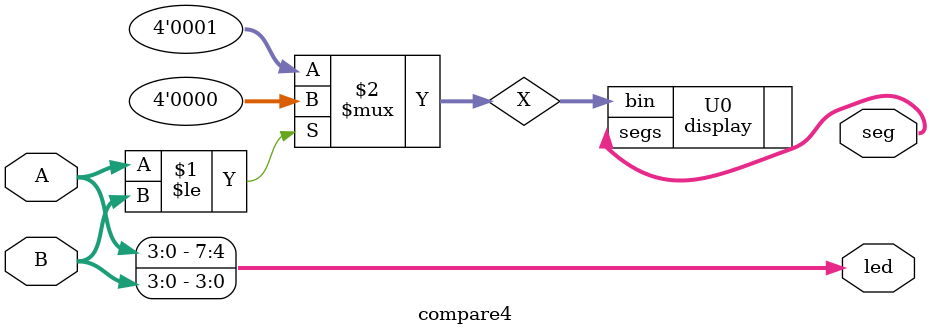
<source format=v>
`timescale 1ns / 1ps


module compare4(
    input [3:0]A,
    input [3:0]B,
    output [7:0]seg,
    output [7:0]led
    );
    wire [3:0]X;
display U0 (.bin(X),.segs(seg));
assign X = ( A <= B ) ? 4'd0 : 4'd1; 
assign led = { A , B };

endmodule

</source>
